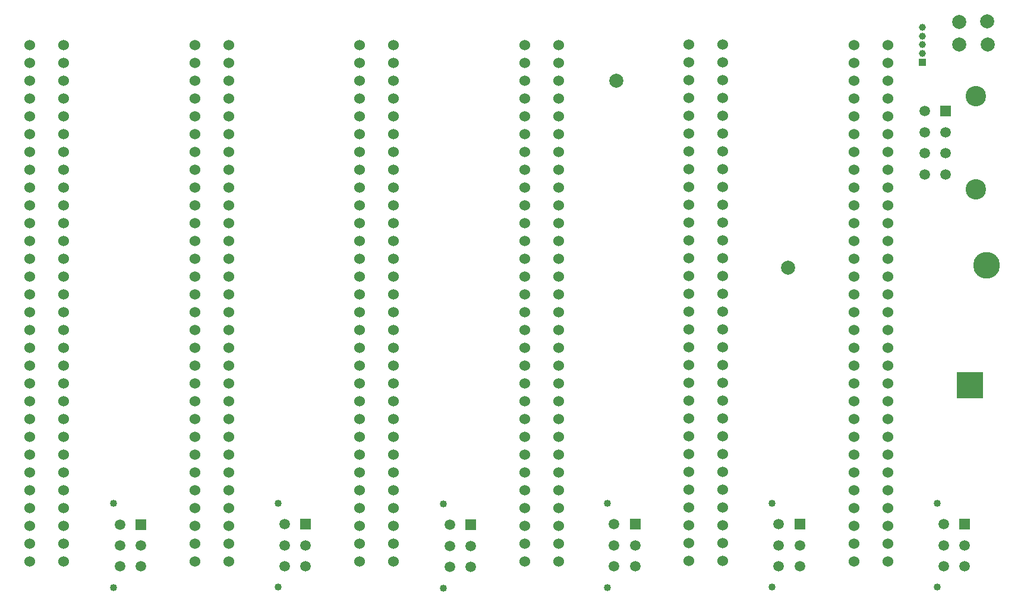
<source format=gbr>
%TF.GenerationSoftware,KiCad,Pcbnew,7.99.0-957-g18dd623122*%
%TF.CreationDate,2023-08-21T12:25:08-07:00*%
%TF.ProjectId,ESC_Carrier,4553435f-4361-4727-9269-65722e6b6963,rev?*%
%TF.SameCoordinates,Original*%
%TF.FileFunction,Soldermask,Top*%
%TF.FilePolarity,Negative*%
%FSLAX46Y46*%
G04 Gerber Fmt 4.6, Leading zero omitted, Abs format (unit mm)*
G04 Created by KiCad (PCBNEW 7.99.0-957-g18dd623122) date 2023-08-21 12:25:08*
%MOMM*%
%LPD*%
G01*
G04 APERTURE LIST*
%ADD10R,3.810000X3.810000*%
%ADD11C,3.810000*%
%ADD12C,1.524000*%
%ADD13R,1.000000X1.000000*%
%ADD14C,1.000000*%
%ADD15R,1.520000X1.520000*%
%ADD16C,1.520000*%
%ADD17C,2.909999*%
%ADD18C,1.020000*%
%ADD19C,2.000000*%
G04 APERTURE END LIST*
D10*
%TO.C,U1*%
X159700001Y-74157393D03*
D11*
X162100001Y-57057393D03*
%TD*%
D12*
%TO.C,J1*%
X25801190Y-99291500D03*
X30652190Y-99291500D03*
X25801190Y-96751500D03*
X30652190Y-96751500D03*
X25801190Y-94211500D03*
X30652190Y-94211500D03*
X25801190Y-91671500D03*
X30652190Y-91671500D03*
X25801190Y-89131500D03*
X30652190Y-89131500D03*
X25801190Y-86591500D03*
X30652190Y-86591500D03*
X25801190Y-84051500D03*
X30652190Y-84051500D03*
X25801190Y-81511500D03*
X30652190Y-81511500D03*
X25801190Y-78971500D03*
X30652190Y-78971500D03*
X25801190Y-76431500D03*
X30652190Y-76431500D03*
X25801190Y-73891500D03*
X30652190Y-73891500D03*
X25801190Y-71351500D03*
X30652190Y-71351500D03*
X25801190Y-68811500D03*
X30652190Y-68811500D03*
X25801190Y-66271500D03*
X30652190Y-66271500D03*
X25801190Y-63731500D03*
X30652190Y-63731500D03*
X25801190Y-61191500D03*
X30652190Y-61191500D03*
X25801190Y-58651500D03*
X30652190Y-58651500D03*
X25801190Y-56111500D03*
X30652190Y-56111500D03*
X25801190Y-53571500D03*
X30652190Y-53571500D03*
X25801190Y-51031500D03*
X30652190Y-51031500D03*
X25801190Y-48491500D03*
X30652190Y-48491500D03*
X25801190Y-45951500D03*
X30652190Y-45951500D03*
X25801190Y-43411500D03*
X30652190Y-43411500D03*
X25801190Y-40871500D03*
X30652190Y-40871500D03*
X25801190Y-38331500D03*
X30652190Y-38331500D03*
X25801190Y-35791500D03*
X30652190Y-35791500D03*
X25801190Y-33251500D03*
X30652190Y-33251500D03*
X25801190Y-30711500D03*
X30652190Y-30711500D03*
X25801190Y-28171500D03*
X30652190Y-28171500D03*
X25801190Y-25631500D03*
X30652190Y-25631500D03*
%TD*%
%TO.C,J2*%
X49300000Y-99280000D03*
X54151000Y-99280000D03*
X49300000Y-96740000D03*
X54151000Y-96740000D03*
X49300000Y-94200000D03*
X54151000Y-94200000D03*
X49300000Y-91660000D03*
X54151000Y-91660000D03*
X49300000Y-89120000D03*
X54151000Y-89120000D03*
X49300000Y-86580000D03*
X54151000Y-86580000D03*
X49300000Y-84040000D03*
X54151000Y-84040000D03*
X49300000Y-81500000D03*
X54151000Y-81500000D03*
X49300000Y-78960000D03*
X54151000Y-78960000D03*
X49300000Y-76420000D03*
X54151000Y-76420000D03*
X49300000Y-73880000D03*
X54151000Y-73880000D03*
X49300000Y-71340000D03*
X54151000Y-71340000D03*
X49300000Y-68800000D03*
X54151000Y-68800000D03*
X49300000Y-66260000D03*
X54151000Y-66260000D03*
X49300000Y-63720000D03*
X54151000Y-63720000D03*
X49300000Y-61180000D03*
X54151000Y-61180000D03*
X49300000Y-58640000D03*
X54151000Y-58640000D03*
X49300000Y-56100000D03*
X54151000Y-56100000D03*
X49300000Y-53560000D03*
X54151000Y-53560000D03*
X49300000Y-51020000D03*
X54151000Y-51020000D03*
X49300000Y-48480000D03*
X54151000Y-48480000D03*
X49300000Y-45940000D03*
X54151000Y-45940000D03*
X49300000Y-43400000D03*
X54151000Y-43400000D03*
X49300000Y-40860000D03*
X54151000Y-40860000D03*
X49300000Y-38320000D03*
X54151000Y-38320000D03*
X49300000Y-35780000D03*
X54151000Y-35780000D03*
X49300000Y-33240000D03*
X54151000Y-33240000D03*
X49300000Y-30700000D03*
X54151000Y-30700000D03*
X49300000Y-28160000D03*
X54151000Y-28160000D03*
X49300000Y-25620000D03*
X54151000Y-25620000D03*
%TD*%
%TO.C,J3*%
X72800000Y-99340000D03*
X77651000Y-99340000D03*
X72800000Y-96800000D03*
X77651000Y-96800000D03*
X72800000Y-94260000D03*
X77651000Y-94260000D03*
X72800000Y-91720000D03*
X77651000Y-91720000D03*
X72800000Y-89180000D03*
X77651000Y-89180000D03*
X72800000Y-86640000D03*
X77651000Y-86640000D03*
X72800000Y-84100000D03*
X77651000Y-84100000D03*
X72800000Y-81560000D03*
X77651000Y-81560000D03*
X72800000Y-79020000D03*
X77651000Y-79020000D03*
X72800000Y-76480000D03*
X77651000Y-76480000D03*
X72800000Y-73940000D03*
X77651000Y-73940000D03*
X72800000Y-71400000D03*
X77651000Y-71400000D03*
X72800000Y-68860000D03*
X77651000Y-68860000D03*
X72800000Y-66320000D03*
X77651000Y-66320000D03*
X72800000Y-63780000D03*
X77651000Y-63780000D03*
X72800000Y-61240000D03*
X77651000Y-61240000D03*
X72800000Y-58700000D03*
X77651000Y-58700000D03*
X72800000Y-56160000D03*
X77651000Y-56160000D03*
X72800000Y-53620000D03*
X77651000Y-53620000D03*
X72800000Y-51080000D03*
X77651000Y-51080000D03*
X72800000Y-48540000D03*
X77651000Y-48540000D03*
X72800000Y-46000000D03*
X77651000Y-46000000D03*
X72800000Y-43460000D03*
X77651000Y-43460000D03*
X72800000Y-40920000D03*
X77651000Y-40920000D03*
X72800000Y-38380000D03*
X77651000Y-38380000D03*
X72800000Y-35840000D03*
X77651000Y-35840000D03*
X72800000Y-33300000D03*
X77651000Y-33300000D03*
X72800000Y-30760000D03*
X77651000Y-30760000D03*
X72800000Y-28220000D03*
X77651000Y-28220000D03*
X72800000Y-25680000D03*
X77651000Y-25680000D03*
%TD*%
%TO.C,J4*%
X96300000Y-99320000D03*
X101151000Y-99320000D03*
X96300000Y-96780000D03*
X101151000Y-96780000D03*
X96300000Y-94240000D03*
X101151000Y-94240000D03*
X96300000Y-91700000D03*
X101151000Y-91700000D03*
X96300000Y-89160000D03*
X101151000Y-89160000D03*
X96300000Y-86620000D03*
X101151000Y-86620000D03*
X96300000Y-84080000D03*
X101151000Y-84080000D03*
X96300000Y-81540000D03*
X101151000Y-81540000D03*
X96300000Y-79000000D03*
X101151000Y-79000000D03*
X96300000Y-76460000D03*
X101151000Y-76460000D03*
X96300000Y-73920000D03*
X101151000Y-73920000D03*
X96300000Y-71380000D03*
X101151000Y-71380000D03*
X96300000Y-68840000D03*
X101151000Y-68840000D03*
X96300000Y-66300000D03*
X101151000Y-66300000D03*
X96300000Y-63760000D03*
X101151000Y-63760000D03*
X96300000Y-61220000D03*
X101151000Y-61220000D03*
X96300000Y-58680000D03*
X101151000Y-58680000D03*
X96300000Y-56140000D03*
X101151000Y-56140000D03*
X96300000Y-53600000D03*
X101151000Y-53600000D03*
X96300000Y-51060000D03*
X101151000Y-51060000D03*
X96300000Y-48520000D03*
X101151000Y-48520000D03*
X96300000Y-45980000D03*
X101151000Y-45980000D03*
X96300000Y-43440000D03*
X101151000Y-43440000D03*
X96300000Y-40900000D03*
X101151000Y-40900000D03*
X96300000Y-38360000D03*
X101151000Y-38360000D03*
X96300000Y-35820000D03*
X101151000Y-35820000D03*
X96300000Y-33280000D03*
X101151000Y-33280000D03*
X96300000Y-30740000D03*
X101151000Y-30740000D03*
X96300000Y-28200000D03*
X101151000Y-28200000D03*
X96300000Y-25660000D03*
X101151000Y-25660000D03*
%TD*%
%TO.C,J5*%
X119700000Y-99260000D03*
X124551000Y-99260000D03*
X119700000Y-96720000D03*
X124551000Y-96720000D03*
X119700000Y-94180000D03*
X124551000Y-94180000D03*
X119700000Y-91640000D03*
X124551000Y-91640000D03*
X119700000Y-89100000D03*
X124551000Y-89100000D03*
X119700000Y-86560000D03*
X124551000Y-86560000D03*
X119700000Y-84020000D03*
X124551000Y-84020000D03*
X119700000Y-81480000D03*
X124551000Y-81480000D03*
X119700000Y-78940000D03*
X124551000Y-78940000D03*
X119700000Y-76400000D03*
X124551000Y-76400000D03*
X119700000Y-73860000D03*
X124551000Y-73860000D03*
X119700000Y-71320000D03*
X124551000Y-71320000D03*
X119700000Y-68780000D03*
X124551000Y-68780000D03*
X119700000Y-66240000D03*
X124551000Y-66240000D03*
X119700000Y-63700000D03*
X124551000Y-63700000D03*
X119700000Y-61160000D03*
X124551000Y-61160000D03*
X119700000Y-58620000D03*
X124551000Y-58620000D03*
X119700000Y-56080000D03*
X124551000Y-56080000D03*
X119700000Y-53540000D03*
X124551000Y-53540000D03*
X119700000Y-51000000D03*
X124551000Y-51000000D03*
X119700000Y-48460000D03*
X124551000Y-48460000D03*
X119700000Y-45920000D03*
X124551000Y-45920000D03*
X119700000Y-43380000D03*
X124551000Y-43380000D03*
X119700000Y-40840000D03*
X124551000Y-40840000D03*
X119700000Y-38300000D03*
X124551000Y-38300000D03*
X119700000Y-35760000D03*
X124551000Y-35760000D03*
X119700000Y-33220000D03*
X124551000Y-33220000D03*
X119700000Y-30680000D03*
X124551000Y-30680000D03*
X119700000Y-28140000D03*
X124551000Y-28140000D03*
X119700000Y-25600000D03*
X124551000Y-25600000D03*
%TD*%
%TO.C,J6*%
X143200000Y-99300000D03*
X148051000Y-99300000D03*
X143200000Y-96760000D03*
X148051000Y-96760000D03*
X143200000Y-94220000D03*
X148051000Y-94220000D03*
X143200000Y-91680000D03*
X148051000Y-91680000D03*
X143200000Y-89140000D03*
X148051000Y-89140000D03*
X143200000Y-86600000D03*
X148051000Y-86600000D03*
X143200000Y-84060000D03*
X148051000Y-84060000D03*
X143200000Y-81520000D03*
X148051000Y-81520000D03*
X143200000Y-78980000D03*
X148051000Y-78980000D03*
X143200000Y-76440000D03*
X148051000Y-76440000D03*
X143200000Y-73900000D03*
X148051000Y-73900000D03*
X143200000Y-71360000D03*
X148051000Y-71360000D03*
X143200000Y-68820000D03*
X148051000Y-68820000D03*
X143200000Y-66280000D03*
X148051000Y-66280000D03*
X143200000Y-63740000D03*
X148051000Y-63740000D03*
X143200000Y-61200000D03*
X148051000Y-61200000D03*
X143200000Y-58660000D03*
X148051000Y-58660000D03*
X143200000Y-56120000D03*
X148051000Y-56120000D03*
X143200000Y-53580000D03*
X148051000Y-53580000D03*
X143200000Y-51040000D03*
X148051000Y-51040000D03*
X143200000Y-48500000D03*
X148051000Y-48500000D03*
X143200000Y-45960000D03*
X148051000Y-45960000D03*
X143200000Y-43420000D03*
X148051000Y-43420000D03*
X143200000Y-40880000D03*
X148051000Y-40880000D03*
X143200000Y-38340000D03*
X148051000Y-38340000D03*
X143200000Y-35800000D03*
X148051000Y-35800000D03*
X143200000Y-33260000D03*
X148051000Y-33260000D03*
X143200000Y-30720000D03*
X148051000Y-30720000D03*
X143200000Y-28180000D03*
X148051000Y-28180000D03*
X143200000Y-25640000D03*
X148051000Y-25640000D03*
%TD*%
D13*
%TO.C,J9*%
X152999294Y-28108100D03*
D14*
X152999294Y-26858100D03*
X152999294Y-25608100D03*
X152999294Y-24358100D03*
X152999294Y-23108100D03*
%TD*%
D15*
%TO.C,J10*%
X156300000Y-35097040D03*
D16*
X156300000Y-38097039D03*
X156300000Y-41097038D03*
X156300000Y-44097037D03*
X153300001Y-35097040D03*
X153300001Y-38097039D03*
X153300001Y-41097038D03*
X153300001Y-44097037D03*
D17*
X160619999Y-32947042D03*
X160619999Y-46247035D03*
%TD*%
D18*
%TO.C,J11*%
X37700000Y-103031500D03*
X37700000Y-91031500D03*
D15*
X41640000Y-94031500D03*
D16*
X41640000Y-97031500D03*
X41640000Y-100031500D03*
X38640000Y-94031500D03*
X38640000Y-97031500D03*
X38640000Y-100031500D03*
%TD*%
D18*
%TO.C,J12*%
X61160000Y-103000000D03*
X61160000Y-91000000D03*
D15*
X65100000Y-94000000D03*
D16*
X65100000Y-97000000D03*
X65100000Y-100000000D03*
X62100000Y-94000000D03*
X62100000Y-97000000D03*
X62100000Y-100000000D03*
%TD*%
D18*
%TO.C,J13*%
X84700000Y-103100000D03*
X84700000Y-91100000D03*
D15*
X88640000Y-94100000D03*
D16*
X88640000Y-97100000D03*
X88640000Y-100100000D03*
X85640000Y-94100000D03*
X85640000Y-97100000D03*
X85640000Y-100100000D03*
%TD*%
D18*
%TO.C,J14*%
X108100000Y-103020000D03*
X108100000Y-91020000D03*
D15*
X112040000Y-94020000D03*
D16*
X112040000Y-97020000D03*
X112040000Y-100020000D03*
X109040000Y-94020000D03*
X109040000Y-97020000D03*
X109040000Y-100020000D03*
%TD*%
D18*
%TO.C,J16*%
X155060000Y-103000000D03*
X155060000Y-91000000D03*
D15*
X159000000Y-94000000D03*
D16*
X159000000Y-97000000D03*
X159000000Y-100000000D03*
X156000000Y-94000000D03*
X156000000Y-97000000D03*
X156000000Y-100000000D03*
%TD*%
D19*
%TO.C,TP7*%
X162300000Y-25565207D03*
%TD*%
D18*
%TO.C,J15*%
X131560000Y-103000000D03*
X131560000Y-91000000D03*
D15*
X135500000Y-94000000D03*
D16*
X135500000Y-97000000D03*
X135500000Y-100000000D03*
X132500000Y-94000000D03*
X132500000Y-97000000D03*
X132500000Y-100000000D03*
%TD*%
D19*
%TO.C,TP5*%
X158207108Y-25565207D03*
%TD*%
%TO.C,TP2*%
X109400000Y-30700000D03*
%TD*%
%TO.C,TP1*%
X133800000Y-57400000D03*
%TD*%
%TO.C,TP6*%
X162200000Y-22300000D03*
%TD*%
%TO.C,TP4*%
X158207108Y-22364500D03*
%TD*%
M02*

</source>
